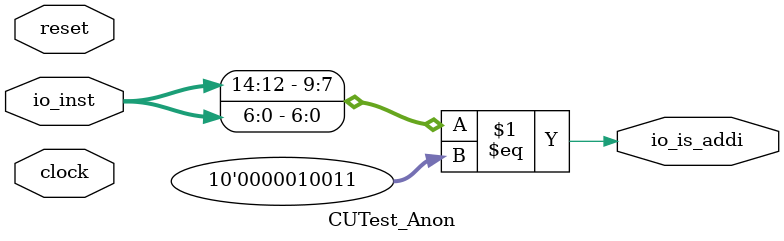
<source format=sv>
module CUTest_Anon(
  input         clock,
                reset,
  input  [31:0] io_inst,
  output        io_is_addi
);

  assign io_is_addi = {io_inst[14:12], io_inst[6:0]} == 10'h13;
endmodule


</source>
